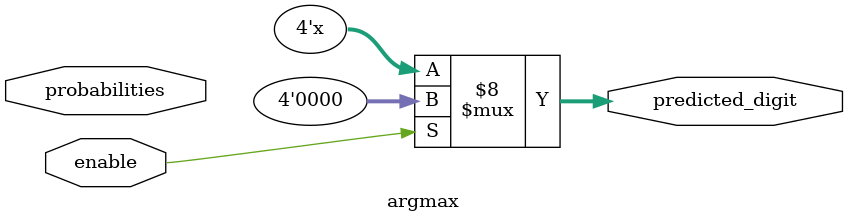
<source format=v>
module argmax #(
    parameter IN_WIDTH = 0
)(
    input wire enable,
    input wire [IN_WIDTH-1:0] probabilities,
    output reg [3:0] predicted_digit
);
    integer i;
    reg [15:0] max_val;
    always @(*) begin
        if (enable) begin
            max_val = probabilities[0];
            predicted_digit = 0;
            for (i = 1; i < IN_WIDTH; i = i + 1) begin
                if (probabilities[i] > max_val) begin
                    max_val = probabilities[i];
                    predicted_digit = i;
                end
            end
        end
    end

    // Debug statement for argmax
    always @(*) begin
        if (enable) begin
            $display("Argmax output: %d", predicted_digit);
        end
    end

endmodule

</source>
